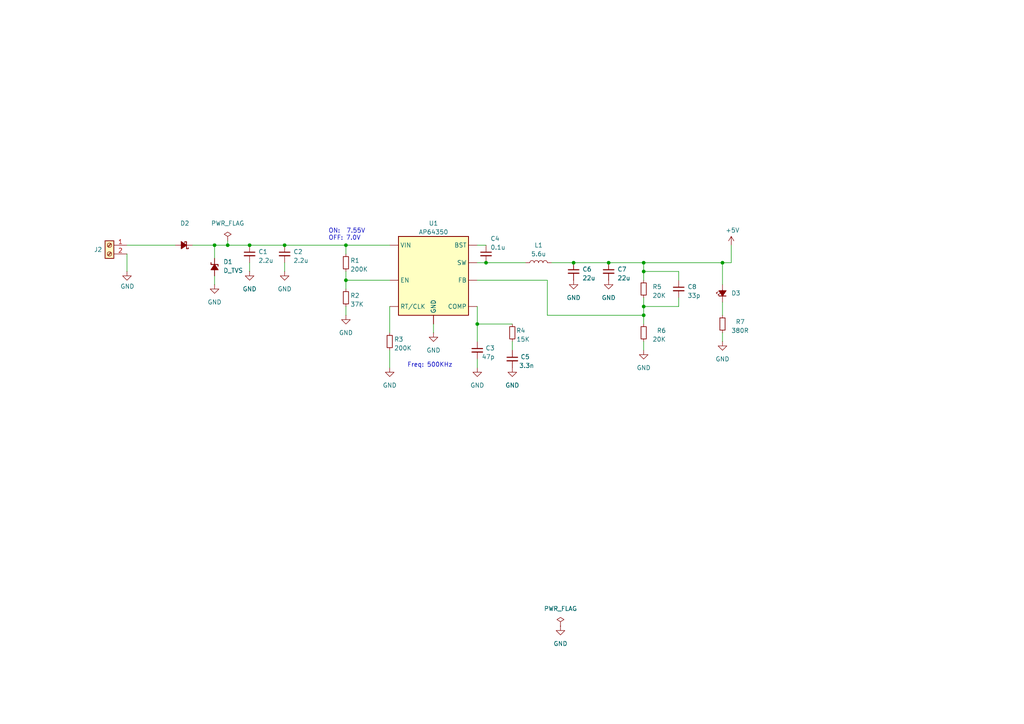
<source format=kicad_sch>
(kicad_sch (version 20240620) (generator "eeschema") (generator_version "8.99")
  (paper "A4")
  (lib_symbols
    (symbol "Connector:Screw_Terminal_01x02" (pin_names (offset 1.016) hide)
      (property "Reference" "J" (at 0 2.54 0))
      (property "Value" "Screw_Terminal_01x02" (at 0 -5.08 0))
      (symbol "Screw_Terminal_01x02_1_1"
        (rectangle (start -1.27 1.27) (end 1.27 -3.81) (stroke (width 0.254)) (fill (type background)))
        (polyline (pts (xy -0.5334 0.3302) (xy 0.3302 -0.508)) (stroke (width 0.1524)))
        (polyline (pts (xy -0.5334 -2.2098) (xy 0.3302 -3.048)) (stroke (width 0.1524)))
        (polyline (pts (xy -0.3556 0.508) (xy 0.508 -0.3302)) (stroke (width 0.1524)))
        (polyline (pts (xy -0.3556 -2.032) (xy 0.508 -2.8702)) (stroke (width 0.1524)))
        (circle (center 0 0) (radius 0.635) (stroke (width 0.1524)))
        (circle (center 0 -2.54) (radius 0.635) (stroke (width 0.1524)))
        (pin passive line (at -5.08 0 0) (length 3.81) (name "Pin_1") (number "1"))
        (pin passive line (at -5.08 -2.54 0) (length 3.81) (name "Pin_2") (number "2"))
      )
    )
    (symbol "Device:C_Small" (pin_numbers hide) (pin_names (offset 0.254) hide)
      (property "Reference" "C" (at 0.254 1.778 0))
      (property "Value" "C_Small" (at 0.254 -2.032 0))
      (symbol "C_Small_0_1"
        (polyline (pts (xy -1.524 0.508) (xy 1.524 0.508)) (stroke (width 0.3048)))
        (polyline (pts (xy -1.524 -0.508) (xy 1.524 -0.508)) (stroke (width 0.3302)))
      )
      (symbol "C_Small_1_1"
        (pin passive line (at 0 2.54 270) (length 2.032) (name "~") (number "1"))
        (pin passive line (at 0 -2.54 90) (length 2.032) (name "~") (number "2"))
      )
    )
    (symbol "Device:D_Schottky_Small_Filled" (pin_numbers hide) (pin_names (offset 0.254) hide)
      (property "Reference" "D" (at -1.27 2.032 0))
      (property "Value" "D_Schottky_Small_Filled" (at -7.112 -2.032 0))
      (symbol "D_Schottky_Small_Filled_0_1"
        (polyline (pts (xy -1.27 0.762) (xy -1.27 1.016) (xy -0.762 1.016) (xy -0.762 -1.016) (xy -0.254 -1.016) (xy -0.254 -0.762)) (stroke (width 0.254)))
        (polyline (pts (xy -0.762 0) (xy 0.762 0)))
        (polyline (pts (xy 0.762 -1.016) (xy -0.762 0) (xy 0.762 1.016) (xy 0.762 -1.016)) (stroke (width 0.254)) (fill (type outline)))
      )
      (symbol "D_Schottky_Small_Filled_1_1"
        (pin passive line (at -2.54 0 0) (length 1.778) (name "K") (number "1"))
        (pin passive line (at 2.54 0 180) (length 1.778) (name "A") (number "2"))
      )
    )
    (symbol "Device:L" (pin_numbers hide) (pin_names (offset 1.016) hide)
      (property "Reference" "L" (at -1.27 0 90))
      (property "Value" "L" (at 1.905 0 90))
      (symbol "L_0_1"
        (arc (start 0 2.54) (mid 0.6323 1.905) (end 0 1.27))
        (arc (start 0 1.27) (mid 0.6323 0.635) (end 0 0))
        (arc (start 0 0) (mid 0.6323 -0.635) (end 0 -1.27))
        (arc (start 0 -1.27) (mid 0.6323 -1.905) (end 0 -2.54))
      )
      (symbol "L_1_1"
        (pin passive line (at 0 3.81 270) (length 1.27) (name "1") (number "1"))
        (pin passive line (at 0 -3.81 90) (length 1.27) (name "2") (number "2"))
      )
    )
    (symbol "Device:LED_Small_Filled" (pin_numbers hide) (pin_names (offset 0.254) hide)
      (property "Reference" "D" (at -1.27 3.175 0))
      (property "Value" "LED_Small_Filled" (at -4.445 -2.54 0))
      (symbol "LED_Small_Filled_0_1"
        (polyline (pts (xy -0.762 -1.016) (xy -0.762 1.016)) (stroke (width 0.254)))
        (polyline (pts (xy 0 0.762) (xy -0.508 1.27) (xy -0.254 1.27) (xy -0.508 1.27) (xy -0.508 1.016)))
        (polyline (pts (xy 0.508 1.27) (xy 0 1.778) (xy 0.254 1.778) (xy 0 1.778) (xy 0 1.524)))
        (polyline (pts (xy 0.762 -1.016) (xy -0.762 0) (xy 0.762 1.016) (xy 0.762 -1.016)) (stroke (width 0.254)) (fill (type outline)))
        (polyline (pts (xy 1.016 0) (xy -0.762 0)))
      )
      (symbol "LED_Small_Filled_1_1"
        (pin passive line (at -2.54 0 0) (length 1.778) (name "K") (number "1"))
        (pin passive line (at 2.54 0 180) (length 1.778) (name "A") (number "2"))
      )
    )
    (symbol "Device:R_Small" (pin_numbers hide) (pin_names (offset 0.254) hide)
      (property "Reference" "R" (at 0.762 0.508 0))
      (property "Value" "R_Small" (at 0.762 -1.016 0))
      (symbol "R_Small_0_1"
        (rectangle (start -0.762 1.778) (end 0.762 -1.778) (stroke (width 0.2032)))
      )
      (symbol "R_Small_1_1"
        (pin passive line (at 0 2.54 270) (length 0.762) (name "~") (number "1"))
        (pin passive line (at 0 -2.54 90) (length 0.762) (name "~") (number "2"))
      )
    )
    (symbol "GND_2" (power) (pin_numbers hide) (pin_names (offset 0) hide)
      (property "Value" "GND" (at 0 -3.81 0))
      (symbol "GND_2_0_1"
        (polyline (pts (xy 0 0) (xy 0 -1.27) (xy 1.27 -1.27) (xy 0 -2.54) (xy -1.27 -1.27) (xy 0 -1.27)))
      )
      (symbol "GND_2_1_1"
        (pin power_in line (at 0 0 270) (length 0) (name "~") (number "1"))
      )
    )
    (symbol "My Libraries:AP64350" (pin_numbers hide)
      (property "Reference" "U" (at -5.08 17.78 0))
      (property "Value" "AP64350" (at -5.08 15.24 0))
      (symbol "AP64350_0_1"
        (rectangle (start -12.7 12.7) (end 7.62 -10.16) (stroke (width 0.254)) (fill (type background)))
      )
      (symbol "AP64350_1_1"
        (pin power_in line (at -15.24 10.16 0) (length 2.54) (name "VIN") (number "2"))
        (pin input line (at -15.24 0 0) (length 2.54) (name "EN") (number "3"))
        (pin input line (at -15.24 -7.62 0) (length 2.54) (name "RT/CLK") (number "4"))
        (pin input line (at -2.54 -12.7 90) (length 2.54) (name "GND") (number "7"))
        (pin input line (at -2.54 -12.7 90) (length 2.54) (name "GND") (number "9"))
        (pin input line (at 10.16 10.16 180) (length 2.54) (name "BST") (number "1"))
        (pin input line (at 10.16 5.08 180) (length 2.54) (name "SW") (number "8"))
        (pin input line (at 10.16 0 180) (length 2.54) (name "FB") (number "5"))
        (pin input line (at 10.16 -7.62 180) (length 2.54) (name "COMP") (number "6"))
      )
    )
    (symbol "My Libraries:D_TVS" (pin_numbers hide) (pin_names hide)
      (property "Reference" "D" (at -2.54 5.08 0))
      (property "Value" "D_TVS" (at -2.54 2.54 0))
      (symbol "D_TVS_0_1"
        (polyline (pts (xy -1.2954 -1.016) (xy -0.7874 -1.016)) (stroke (width 0.254)))
        (polyline (pts (xy -0.254 1.016) (xy -0.762 1.016) (xy -0.762 -1.016)) (stroke (width 0.254)))
        (polyline (pts (xy 0.762 1.016) (xy -0.762 0) (xy 0.762 -1.016) (xy 0.762 1.016)) (stroke (width 0.254)) (fill (type outline)))
        (polyline (pts (xy 0.762 0) (xy -0.762 0)))
      )
      (symbol "D_TVS_1_1"
        (pin passive line (at -2.54 0 0) (length 1.778) (name "K") (number "1"))
        (pin passive line (at 2.54 0 180) (length 1.778) (name "A") (number "2"))
      )
    )
    (symbol "PWR_FLAG_1" (power) (pin_numbers hide) (pin_names (offset 0) hide)
      (property "Value" "PWR_FLAG" (at 0 3.81 0))
      (symbol "PWR_FLAG_1_0_0"
        (pin power_out line (at 0 0 90) (length 0) (name "~") (number "1"))
      )
      (symbol "PWR_FLAG_1_0_1"
        (polyline (pts (xy 0 0) (xy 0 1.27) (xy -1.016 1.905) (xy 0 2.54) (xy 1.016 1.905) (xy 0 1.27)))
      )
    )
    (symbol "power:+5V" (power) (pin_numbers hide) (pin_names (offset 0) hide)
      (property "Value" "+5V" (at 0 3.556 0))
      (symbol "+5V_0_1"
        (polyline (pts (xy -0.762 1.27) (xy 0 2.54)))
        (polyline (pts (xy 0 2.54) (xy 0.762 1.27)))
        (polyline (pts (xy 0 0) (xy 0 2.54)))
      )
      (symbol "+5V_1_1"
        (pin power_in line (at 0 0 90) (length 0) (name "~") (number "1"))
      )
    )
    (symbol "power:GND" (power) (pin_numbers hide) (pin_names (offset 0) hide)
      (property "Value" "GND" (at 0 -3.81 0))
      (symbol "GND_0_1"
        (polyline (pts (xy 0 0) (xy 0 -1.27) (xy 1.27 -1.27) (xy 0 -2.54) (xy -1.27 -1.27) (xy 0 -1.27)))
      )
      (symbol "GND_1_1"
        (pin power_in line (at 0 0 270) (length 0) (name "~") (number "1"))
      )
    )
  )
  (text "Freq: 500KHz" (at 118.11 106.68 0) (effects (font (size 1.27 1.27)) (justify left bottom)))
  (text "ON:  7.55V\nOFF: 7.0V" (at 95.25 69.85 0) (effects (font (size 1.27 1.27)) (justify left bottom)))
  (junction (at 140.97 76.2) (diameter 0.9144))
  (junction (at 186.69 88.9) (diameter 0.9144))
  (junction (at 166.37 76.2) (diameter 0.9144))
  (junction (at 138.43 93.98) (diameter 0.9144))
  (junction (at 186.69 76.2) (diameter 0.9144))
  (junction (at 209.55 76.2))
  (junction (at 186.69 78.74))
  (junction (at 66.04 71.12) (diameter 0.9144))
  (junction (at 82.55 71.12) (diameter 0.9144))
  (junction (at 186.69 91.44) (diameter 0.9144))
  (junction (at 72.39 71.12) (diameter 0.9144))
  (junction (at 62.23 71.12))
  (junction (at 100.33 81.28) (diameter 0.9144))
  (junction (at 176.53 76.2) (diameter 0.9144))
  (junction (at 100.33 71.12) (diameter 0.9144))
  (wire (pts (xy 113.03 106.68) (xy 113.03 101.6)))
  (wire (pts (xy 62.23 71.12) (xy 66.04 71.12)))
  (wire (pts (xy 196.85 86.36) (xy 196.85 88.9)))
  (wire (pts (xy 212.09 71.12) (xy 212.09 76.2)))
  (wire (pts (xy 100.33 81.28) (xy 100.33 83.82)))
  (wire (pts (xy 36.83 73.66) (xy 36.83 78.74)))
  (wire (pts (xy 72.39 71.12) (xy 82.55 71.12)))
  (wire (pts (xy 176.53 76.2) (xy 186.69 76.2)))
  (wire (pts (xy 100.33 88.9) (xy 100.33 91.44)))
  (wire (pts (xy 138.43 104.14) (xy 138.43 106.68)))
  (wire (pts (xy 100.33 81.28) (xy 113.03 81.28)))
  (wire (pts (xy 166.37 76.2) (xy 176.53 76.2)))
  (wire (pts (xy 36.83 71.12) (xy 50.8 71.12)))
  (wire (pts (xy 209.55 91.44) (xy 209.55 87.63)))
  (wire (pts (xy 186.69 91.44) (xy 186.69 93.98)))
  (wire (pts (xy 100.33 71.12) (xy 100.33 73.66)))
  (wire (pts (xy 196.85 81.28) (xy 196.85 78.74)))
  (wire (pts (xy 186.69 88.9) (xy 186.69 91.44)))
  (wire (pts (xy 186.69 76.2) (xy 209.55 76.2)))
  (wire (pts (xy 125.73 93.98) (xy 125.73 96.52)))
  (wire (pts (xy 186.69 78.74) (xy 186.69 81.28)))
  (wire (pts (xy 55.88 71.12) (xy 62.23 71.12)))
  (wire (pts (xy 62.23 80.01) (xy 62.23 82.55)))
  (wire (pts (xy 209.55 76.2) (xy 209.55 82.55)))
  (wire (pts (xy 138.43 76.2) (xy 140.97 76.2)))
  (wire (pts (xy 186.69 78.74) (xy 196.85 78.74)))
  (wire (pts (xy 66.04 69.85) (xy 66.04 71.12)))
  (wire (pts (xy 140.97 76.2) (xy 152.4 76.2)))
  (wire (pts (xy 138.43 81.28) (xy 158.75 81.28)))
  (wire (pts (xy 158.75 81.28) (xy 158.75 91.44)))
  (wire (pts (xy 186.69 99.06) (xy 186.69 101.6)))
  (wire (pts (xy 209.55 96.52) (xy 209.55 99.06)))
  (wire (pts (xy 138.43 88.9) (xy 138.43 93.98)))
  (wire (pts (xy 113.03 88.9) (xy 113.03 96.52)))
  (wire (pts (xy 138.43 71.12) (xy 140.97 71.12)))
  (wire (pts (xy 62.23 71.12) (xy 62.23 74.93)))
  (wire (pts (xy 186.69 76.2) (xy 186.69 78.74)))
  (wire (pts (xy 138.43 99.06) (xy 138.43 93.98)))
  (wire (pts (xy 72.39 78.74) (xy 72.39 76.2)))
  (wire (pts (xy 160.02 76.2) (xy 166.37 76.2)))
  (wire (pts (xy 209.55 76.2) (xy 212.09 76.2)))
  (wire (pts (xy 148.59 99.06) (xy 148.59 101.6)))
  (wire (pts (xy 100.33 71.12) (xy 113.03 71.12)))
  (wire (pts (xy 100.33 78.74) (xy 100.33 81.28)))
  (wire (pts (xy 82.55 71.12) (xy 100.33 71.12)))
  (wire (pts (xy 148.59 93.98) (xy 138.43 93.98)))
  (wire (pts (xy 158.75 91.44) (xy 186.69 91.44)))
  (wire (pts (xy 66.04 71.12) (xy 72.39 71.12)))
  (wire (pts (xy 186.69 86.36) (xy 186.69 88.9)))
  (wire (pts (xy 196.85 88.9) (xy 186.69 88.9)))
  (wire (pts (xy 82.55 78.74) (xy 82.55 76.2)))
  (symbol (lib_name "GND_2") (lib_id "power:GND") (at 176.53 81.28 0) (unit 1)
    (property "Reference" "#PWR05" (effects (hide yes)))
    (property "Value" "GND" (at 176.53 86.36 0))
    (property "Description" "Power symbol creates a global label with name \"GND\" , ground" (effects (hide yes)))
  )
  (symbol (lib_id "Device:LED_Small_Filled") (at 209.55 85.09 90) (unit 1)
    (property "Reference" "D3" (at 212.09 85.0264 90) (effects (justify right)))
    (property "Value" "LED_Small_Filled" (effects (hide yes)))
    (property "Footprint" "LED_SMD:LED_0603_1608Metric" (effects (hide yes)))
    (property "Description" "Light emitting diode, small symbol, filled shape" (effects (hide yes)))
  )
  (symbol (lib_id "Device:R_Small") (at 100.33 76.2 0) (unit 1)
    (property "Reference" "R1" (at 101.6 75.5649 0) (effects (justify left)))
    (property "Value" "200K" (at 101.6 78.1049 0) (effects (justify left)))
    (property "Footprint" "Resistor_SMD:R_0603_1608Metric" (effects (hide yes)))
  )
  (symbol (lib_name "GND_2") (lib_id "power:GND") (at 209.55 99.06 0) (unit 1)
    (property "Reference" "#PWR07" (effects (hide yes)))
    (property "Value" "GND" (at 209.55 104.14 0))
    (property "Description" "Power symbol creates a global label with name \"GND\" , ground" (effects (hide yes)))
  )
  (symbol (lib_name "PWR_FLAG_1") (lib_id "power:PWR_FLAG") (at 66.04 69.85 0) (unit 1)
    (property "Reference" "#FLG03" (effects (hide yes)))
    (property "Value" "PWR_FLAG" (at 66.04 64.77 0))
    (property "Description" "Special symbol for telling ERC where power comes from" (effects (hide yes)))
  )
  (symbol (lib_name "GND_2") (lib_id "power:GND") (at 62.23 82.55 0) (unit 1)
    (property "Reference" "#PWR02" (effects (hide yes)))
    (property "Value" "GND" (at 62.23 87.63 0))
    (property "Description" "Power symbol creates a global label with name \"GND\" , ground" (effects (hide yes)))
  )
  (symbol (lib_name "GND_2") (lib_id "power:GND") (at 100.33 91.44 0) (unit 1)
    (property "Reference" "#PWR013" (effects (hide yes)))
    (property "Value" "GND" (at 100.33 96.52 0))
    (property "Description" "Power symbol creates a global label with name \"GND\" , ground" (effects (hide yes)))
  )
  (symbol (lib_id "Connector:Screw_Terminal_01x02") (at 31.75 71.12 0) (mirror y) (unit 1)
    (property "Reference" "J2" (at 28.448 72.39 0))
    (property "Value" "Screw_Terminal_01x02" (effects (hide yes)))
    (property "Footprint" "My Footprints:Conn_CUI_TB003-500-P02BE" (effects (hide yes)))
    (property "Description" "Generic screw terminal, single row, 01x02, script generated (kicad-library-utils/schlib/autogen/connector/)" (effects (hide yes)))
  )
  (symbol (lib_id "Device:C_Small") (at 140.97 73.66 0) (unit 1)
    (property "Reference" "C4" (at 142.24 69.2149 0) (effects (justify left)))
    (property "Value" "0.1u" (at 142.24 71.7549 0) (effects (justify left)))
    (property "Footprint" "Capacitor_SMD:C_0603_1608Metric" (effects (hide yes)))
  )
  (symbol (lib_id "Device:R_Small") (at 209.55 93.98 0) (unit 1)
    (property "Reference" "R7" (at 213.36 93.3449 0) (effects (justify left)))
    (property "Value" "380R" (at 212.09 95.8849 0) (effects (justify left)))
    (property "Footprint" "Resistor_SMD:R_0603_1608Metric" (effects (hide yes)))
  )
  (symbol (lib_id "My Libraries:AP64350") (at 128.27 81.28 0) (unit 1)
    (property "Reference" "U1" (at 125.73 64.77 0))
    (property "Value" "AP64350" (at 125.73 67.31 0))
    (property "Footprint" "Package_SO:Diodes_SO-8EP" (effects (hide yes)))
  )
  (symbol (lib_id "power:GND") (at 36.83 78.74 0) (unit 1)
    (property "Reference" "#PWR010" (effects (hide yes)))
    (property "Value" "GND" (at 36.9443 83.0644 0))
    (property "Description" "Power symbol creates a global label with name \"GND\" , ground" (effects (hide yes)))
  )
  (symbol (lib_id "Device:R_Small") (at 113.03 99.06 0) (unit 1)
    (property "Reference" "R3" (at 114.3 98.4249 0) (effects (justify left)))
    (property "Value" "200K" (at 114.3 100.9649 0) (effects (justify left)))
    (property "Footprint" "Resistor_SMD:R_0603_1608Metric" (effects (hide yes)))
  )
  (symbol (lib_id "Device:D_Schottky_Small_Filled") (at 53.34 71.12 180) (unit 1)
    (property "Reference" "D2" (at 53.594 64.77 0))
    (property "Value" "D_Schottky_Small_Filled" (effects (hide yes)))
    (property "Footprint" "Diode_SMD:D_SMA" (effects (hide yes)))
    (property "Description" "Schottky diode, small symbol, filled shape" (effects (hide yes)))
  )
  (symbol (lib_id "Device:C_Small") (at 196.85 83.82 0) (unit 1)
    (property "Reference" "C8" (at 199.39 83.1849 0) (effects (justify left)))
    (property "Value" "33p" (at 199.39 85.7249 0) (effects (justify left)))
    (property "Footprint" "Capacitor_SMD:C_0603_1608Metric" (effects (hide yes)))
  )
  (symbol (lib_name "GND_2") (lib_id "power:GND") (at 162.56 181.61 0) (unit 1)
    (property "Reference" "#PWR09" (effects (hide yes)))
    (property "Value" "GND" (at 162.56 186.69 0))
    (property "Description" "Power symbol creates a global label with name \"GND\" , ground" (effects (hide yes)))
  )
  (symbol (lib_name "GND_2") (lib_id "power:GND") (at 72.39 78.74 0) (unit 1)
    (property "Reference" "#PWR03" (effects (hide yes)))
    (property "Value" "GND" (at 72.39 83.82 0))
    (property "Description" "Power symbol creates a global label with name \"GND\" , ground" (effects (hide yes)))
  )
  (symbol (lib_id "Device:R_Small") (at 100.33 86.36 180) (unit 1)
    (property "Reference" "R2" (at 101.6 85.7249 0) (effects (justify right)))
    (property "Value" "37K" (at 101.6 88.2649 0) (effects (justify right)))
    (property "Footprint" "Resistor_SMD:R_0603_1608Metric" (effects (hide yes)))
  )
  (symbol (lib_id "Device:C_Small") (at 72.39 73.66 0) (unit 1)
    (property "Reference" "C1" (at 74.93 73.0249 0) (effects (justify left)))
    (property "Value" "2.2u" (at 74.93 75.5649 0) (effects (justify left)))
    (property "Footprint" "Capacitor_SMD:C_1210_3225Metric" (effects (hide yes)))
  )
  (symbol (lib_id "Device:R_Small") (at 186.69 96.52 0) (unit 1)
    (property "Reference" "R6" (at 190.5 95.8849 0) (effects (justify left)))
    (property "Value" "20K" (at 189.23 98.4249 0) (effects (justify left)))
    (property "Footprint" "Resistor_SMD:R_0603_1608Metric" (effects (hide yes)))
  )
  (symbol (lib_id "Device:R_Small") (at 148.59 96.52 0) (mirror y) (unit 1)
    (property "Reference" "R4" (at 152.4 95.8849 0) (effects (justify left)))
    (property "Value" "15K" (at 153.67 98.4249 0) (effects (justify left)))
    (property "Footprint" "Resistor_SMD:R_0603_1608Metric" (effects (hide yes)))
  )
  (symbol (lib_name "GND_2") (lib_id "power:GND") (at 113.03 106.68 0) (unit 1)
    (property "Reference" "#PWR016" (effects (hide yes)))
    (property "Value" "GND" (at 113.03 111.76 0))
    (property "Description" "Power symbol creates a global label with name \"GND\" , ground" (effects (hide yes)))
  )
  (symbol (lib_name "GND_2") (lib_id "power:GND") (at 125.73 96.52 0) (unit 1)
    (property "Reference" "#PWR017" (effects (hide yes)))
    (property "Value" "GND" (at 125.73 101.6 0))
    (property "Description" "Power symbol creates a global label with name \"GND\" , ground" (effects (hide yes)))
  )
  (symbol (lib_id "Device:C_Small") (at 176.53 78.74 0) (unit 1)
    (property "Reference" "C7" (at 179.07 78.1049 0) (effects (justify left)))
    (property "Value" "22u" (at 179.07 80.6449 0) (effects (justify left)))
    (property "Footprint" "Capacitor_SMD:C_1210_3225Metric" (effects (hide yes)))
  )
  (symbol (lib_id "Device:C_Small") (at 148.59 104.14 0) (mirror y) (unit 1)
    (property "Reference" "C5" (at 153.67 103.5049 0) (effects (justify left)))
    (property "Value" "3.3n" (at 154.94 106.0449 0) (effects (justify left)))
    (property "Footprint" "Capacitor_SMD:C_0603_1608Metric" (effects (hide yes)))
  )
  (symbol (lib_name "GND_2") (lib_id "power:GND") (at 166.37 81.28 0) (unit 1)
    (property "Reference" "#PWR06" (effects (hide yes)))
    (property "Value" "GND" (at 166.37 86.36 0))
    (property "Description" "Power symbol creates a global label with name \"GND\" , ground" (effects (hide yes)))
  )
  (symbol (lib_name "GND_2") (lib_id "power:GND") (at 138.43 106.68 0) (unit 1)
    (property "Reference" "#PWR018" (effects (hide yes)))
    (property "Value" "GND" (at 138.43 111.76 0))
    (property "Description" "Power symbol creates a global label with name \"GND\" , ground" (effects (hide yes)))
  )
  (symbol (lib_name "GND_2") (lib_id "power:GND") (at 186.69 101.6 0) (unit 1)
    (property "Reference" "#PWR04" (effects (hide yes)))
    (property "Value" "GND" (at 186.69 106.68 0))
    (property "Description" "Power symbol creates a global label with name \"GND\" , ground" (effects (hide yes)))
  )
  (symbol (lib_name "PWR_FLAG_1") (lib_id "power:PWR_FLAG") (at 162.56 181.61 0) (unit 1)
    (property "Reference" "#FLG02" (effects (hide yes)))
    (property "Value" "PWR_FLAG" (at 162.56 176.53 0))
    (property "Description" "Special symbol for telling ERC where power comes from" (effects (hide yes)))
  )
  (symbol (lib_id "Device:C_Small") (at 138.43 101.6 0) (mirror y) (unit 1)
    (property "Reference" "C3" (at 143.51 100.9649 0) (effects (justify left)))
    (property "Value" "47p" (at 143.51 103.5049 0) (effects (justify left)))
    (property "Footprint" "Capacitor_SMD:C_0603_1608Metric" (effects (hide yes)))
  )
  (symbol (lib_id "Device:C_Small") (at 82.55 73.66 0) (unit 1)
    (property "Reference" "C2" (at 85.09 73.0249 0) (effects (justify left)))
    (property "Value" "2.2u" (at 85.09 75.5649 0) (effects (justify left)))
    (property "Footprint" "Capacitor_SMD:C_1210_3225Metric" (effects (hide yes)))
  )
  (symbol (lib_id "power:+5V") (at 212.09 71.12 0) (unit 1)
    (property "Reference" "#PWR011" (effects (hide yes)))
    (property "Value" "+5V" (at 212.4583 66.7956 0))
    (property "Description" "Power symbol creates a global label with name \"+5V\"" (effects (hide yes)))
  )
  (symbol (lib_name "GND_2") (lib_id "power:GND") (at 148.59 106.68 0) (unit 1)
    (property "Reference" "#PWR019" (effects (hide yes)))
    (property "Value" "GND" (at 148.59 111.76 0))
    (property "Description" "Power symbol creates a global label with name \"GND\" , ground" (effects (hide yes)))
  )
  (symbol (lib_id "My Libraries:D_TVS") (at 62.23 77.47 270) (unit 1)
    (property "Reference" "D1" (at 64.77 75.9332 90) (effects (justify left)))
    (property "Value" "D_TVS" (at 64.77 78.4732 90) (effects (justify left)))
    (property "Footprint" "Diode_SMD:D_SMA" (effects (hide yes)))
    (property "Description" "Generic symbol for unidirectional TVS diode" (effects (hide yes)))
  )
  (symbol (lib_id "Device:L") (at 156.21 76.2 90) (unit 1)
    (property "Reference" "L1" (at 156.21 71.12 90))
    (property "Value" "5.6u" (at 156.21 73.66 90))
    (property "Footprint" "Inductor_SMD:L_Bourns_SRN8040TA" (effects (hide yes)))
    (property "Part No" "SRN8040TA-5R6M " (effects (hide yes)))
  )
  (symbol (lib_id "Device:R_Small") (at 186.69 83.82 0) (unit 1)
    (property "Reference" "R5" (at 189.23 83.1849 0) (effects (justify left)))
    (property "Value" "20K" (at 189.23 85.7249 0) (effects (justify left)))
    (property "Footprint" "Resistor_SMD:R_0603_1608Metric" (effects (hide yes)))
  )
  (symbol (lib_id "Device:C_Small") (at 166.37 78.74 0) (unit 1)
    (property "Reference" "C6" (at 168.91 78.1049 0) (effects (justify left)))
    (property "Value" "22u" (at 168.91 80.6449 0) (effects (justify left)))
    (property "Footprint" "Capacitor_SMD:C_1210_3225Metric" (effects (hide yes)))
  )
  (symbol (lib_name "GND_2") (lib_id "power:GND") (at 82.55 78.74 0) (unit 1)
    (property "Reference" "#PWR012" (effects (hide yes)))
    (property "Value" "GND" (at 82.55 83.82 0))
    (property "Description" "Power symbol creates a global label with name \"GND\" , ground" (effects (hide yes)))
  )
)
</source>
